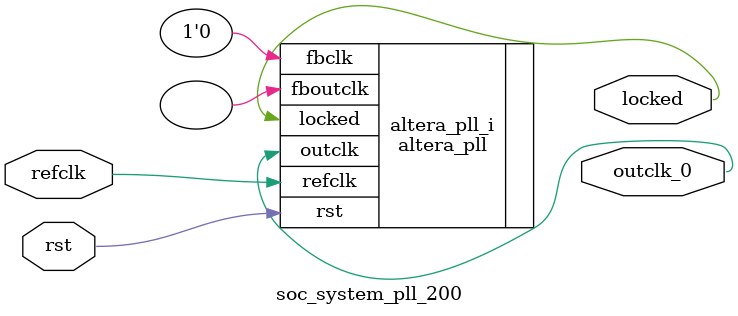
<source format=v>
`timescale 1ns/10ps
module  soc_system_pll_200(

	// interface 'refclk'
	input wire refclk,

	// interface 'reset'
	input wire rst,

	// interface 'outclk0'
	output wire outclk_0,

	// interface 'locked'
	output wire locked
);

	altera_pll #(
		.fractional_vco_multiplier("false"),
		.reference_clock_frequency("50.0 MHz"),
		.operation_mode("direct"),
		.number_of_clocks(1),
		.output_clock_frequency0("200.000000 MHz"),
		.phase_shift0("0 ps"),
		.duty_cycle0(50),
		.output_clock_frequency1("0 MHz"),
		.phase_shift1("0 ps"),
		.duty_cycle1(50),
		.output_clock_frequency2("0 MHz"),
		.phase_shift2("0 ps"),
		.duty_cycle2(50),
		.output_clock_frequency3("0 MHz"),
		.phase_shift3("0 ps"),
		.duty_cycle3(50),
		.output_clock_frequency4("0 MHz"),
		.phase_shift4("0 ps"),
		.duty_cycle4(50),
		.output_clock_frequency5("0 MHz"),
		.phase_shift5("0 ps"),
		.duty_cycle5(50),
		.output_clock_frequency6("0 MHz"),
		.phase_shift6("0 ps"),
		.duty_cycle6(50),
		.output_clock_frequency7("0 MHz"),
		.phase_shift7("0 ps"),
		.duty_cycle7(50),
		.output_clock_frequency8("0 MHz"),
		.phase_shift8("0 ps"),
		.duty_cycle8(50),
		.output_clock_frequency9("0 MHz"),
		.phase_shift9("0 ps"),
		.duty_cycle9(50),
		.output_clock_frequency10("0 MHz"),
		.phase_shift10("0 ps"),
		.duty_cycle10(50),
		.output_clock_frequency11("0 MHz"),
		.phase_shift11("0 ps"),
		.duty_cycle11(50),
		.output_clock_frequency12("0 MHz"),
		.phase_shift12("0 ps"),
		.duty_cycle12(50),
		.output_clock_frequency13("0 MHz"),
		.phase_shift13("0 ps"),
		.duty_cycle13(50),
		.output_clock_frequency14("0 MHz"),
		.phase_shift14("0 ps"),
		.duty_cycle14(50),
		.output_clock_frequency15("0 MHz"),
		.phase_shift15("0 ps"),
		.duty_cycle15(50),
		.output_clock_frequency16("0 MHz"),
		.phase_shift16("0 ps"),
		.duty_cycle16(50),
		.output_clock_frequency17("0 MHz"),
		.phase_shift17("0 ps"),
		.duty_cycle17(50),
		.pll_type("General"),
		.pll_subtype("General")
	) altera_pll_i (
		.rst	(rst),
		.outclk	({outclk_0}),
		.locked	(locked),
		.fboutclk	( ),
		.fbclk	(1'b0),
		.refclk	(refclk)
	);
endmodule


</source>
